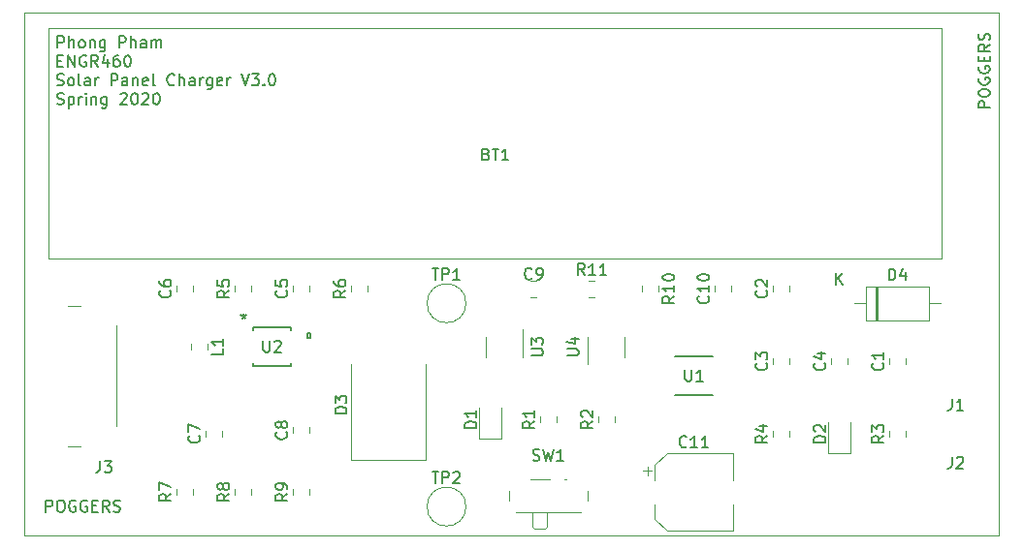
<source format=gbr>
%TF.GenerationSoftware,KiCad,Pcbnew,(5.1.2-1)-1*%
%TF.CreationDate,2020-04-26T16:50:05-07:00*%
%TF.ProjectId,Power Project,506f7765-7220-4507-926f-6a6563742e6b,rev?*%
%TF.SameCoordinates,Original*%
%TF.FileFunction,Legend,Top*%
%TF.FilePolarity,Positive*%
%FSLAX46Y46*%
G04 Gerber Fmt 4.6, Leading zero omitted, Abs format (unit mm)*
G04 Created by KiCad (PCBNEW (5.1.2-1)-1) date 2020-04-26 16:50:05*
%MOMM*%
%LPD*%
G04 APERTURE LIST*
%ADD10C,0.150000*%
%ADD11C,0.050000*%
%ADD12C,0.120000*%
%ADD13C,0.152400*%
G04 APERTURE END LIST*
D10*
X170632380Y-108624285D02*
X169632380Y-108624285D01*
X169632380Y-108243333D01*
X169680000Y-108148095D01*
X169727619Y-108100476D01*
X169822857Y-108052857D01*
X169965714Y-108052857D01*
X170060952Y-108100476D01*
X170108571Y-108148095D01*
X170156190Y-108243333D01*
X170156190Y-108624285D01*
X169632380Y-107433809D02*
X169632380Y-107243333D01*
X169680000Y-107148095D01*
X169775238Y-107052857D01*
X169965714Y-107005238D01*
X170299047Y-107005238D01*
X170489523Y-107052857D01*
X170584761Y-107148095D01*
X170632380Y-107243333D01*
X170632380Y-107433809D01*
X170584761Y-107529047D01*
X170489523Y-107624285D01*
X170299047Y-107671904D01*
X169965714Y-107671904D01*
X169775238Y-107624285D01*
X169680000Y-107529047D01*
X169632380Y-107433809D01*
X169680000Y-106052857D02*
X169632380Y-106148095D01*
X169632380Y-106290952D01*
X169680000Y-106433809D01*
X169775238Y-106529047D01*
X169870476Y-106576666D01*
X170060952Y-106624285D01*
X170203809Y-106624285D01*
X170394285Y-106576666D01*
X170489523Y-106529047D01*
X170584761Y-106433809D01*
X170632380Y-106290952D01*
X170632380Y-106195714D01*
X170584761Y-106052857D01*
X170537142Y-106005238D01*
X170203809Y-106005238D01*
X170203809Y-106195714D01*
X169680000Y-105052857D02*
X169632380Y-105148095D01*
X169632380Y-105290952D01*
X169680000Y-105433809D01*
X169775238Y-105529047D01*
X169870476Y-105576666D01*
X170060952Y-105624285D01*
X170203809Y-105624285D01*
X170394285Y-105576666D01*
X170489523Y-105529047D01*
X170584761Y-105433809D01*
X170632380Y-105290952D01*
X170632380Y-105195714D01*
X170584761Y-105052857D01*
X170537142Y-105005238D01*
X170203809Y-105005238D01*
X170203809Y-105195714D01*
X170108571Y-104576666D02*
X170108571Y-104243333D01*
X170632380Y-104100476D02*
X170632380Y-104576666D01*
X169632380Y-104576666D01*
X169632380Y-104100476D01*
X170632380Y-103100476D02*
X170156190Y-103433809D01*
X170632380Y-103671904D02*
X169632380Y-103671904D01*
X169632380Y-103290952D01*
X169680000Y-103195714D01*
X169727619Y-103148095D01*
X169822857Y-103100476D01*
X169965714Y-103100476D01*
X170060952Y-103148095D01*
X170108571Y-103195714D01*
X170156190Y-103290952D01*
X170156190Y-103671904D01*
X170584761Y-102719523D02*
X170632380Y-102576666D01*
X170632380Y-102338571D01*
X170584761Y-102243333D01*
X170537142Y-102195714D01*
X170441904Y-102148095D01*
X170346666Y-102148095D01*
X170251428Y-102195714D01*
X170203809Y-102243333D01*
X170156190Y-102338571D01*
X170108571Y-102529047D01*
X170060952Y-102624285D01*
X170013333Y-102671904D01*
X169918095Y-102719523D01*
X169822857Y-102719523D01*
X169727619Y-102671904D01*
X169680000Y-102624285D01*
X169632380Y-102529047D01*
X169632380Y-102290952D01*
X169680000Y-102148095D01*
X88225714Y-143962380D02*
X88225714Y-142962380D01*
X88606666Y-142962380D01*
X88701904Y-143010000D01*
X88749523Y-143057619D01*
X88797142Y-143152857D01*
X88797142Y-143295714D01*
X88749523Y-143390952D01*
X88701904Y-143438571D01*
X88606666Y-143486190D01*
X88225714Y-143486190D01*
X89416190Y-142962380D02*
X89606666Y-142962380D01*
X89701904Y-143010000D01*
X89797142Y-143105238D01*
X89844761Y-143295714D01*
X89844761Y-143629047D01*
X89797142Y-143819523D01*
X89701904Y-143914761D01*
X89606666Y-143962380D01*
X89416190Y-143962380D01*
X89320952Y-143914761D01*
X89225714Y-143819523D01*
X89178095Y-143629047D01*
X89178095Y-143295714D01*
X89225714Y-143105238D01*
X89320952Y-143010000D01*
X89416190Y-142962380D01*
X90797142Y-143010000D02*
X90701904Y-142962380D01*
X90559047Y-142962380D01*
X90416190Y-143010000D01*
X90320952Y-143105238D01*
X90273333Y-143200476D01*
X90225714Y-143390952D01*
X90225714Y-143533809D01*
X90273333Y-143724285D01*
X90320952Y-143819523D01*
X90416190Y-143914761D01*
X90559047Y-143962380D01*
X90654285Y-143962380D01*
X90797142Y-143914761D01*
X90844761Y-143867142D01*
X90844761Y-143533809D01*
X90654285Y-143533809D01*
X91797142Y-143010000D02*
X91701904Y-142962380D01*
X91559047Y-142962380D01*
X91416190Y-143010000D01*
X91320952Y-143105238D01*
X91273333Y-143200476D01*
X91225714Y-143390952D01*
X91225714Y-143533809D01*
X91273333Y-143724285D01*
X91320952Y-143819523D01*
X91416190Y-143914761D01*
X91559047Y-143962380D01*
X91654285Y-143962380D01*
X91797142Y-143914761D01*
X91844761Y-143867142D01*
X91844761Y-143533809D01*
X91654285Y-143533809D01*
X92273333Y-143438571D02*
X92606666Y-143438571D01*
X92749523Y-143962380D02*
X92273333Y-143962380D01*
X92273333Y-142962380D01*
X92749523Y-142962380D01*
X93749523Y-143962380D02*
X93416190Y-143486190D01*
X93178095Y-143962380D02*
X93178095Y-142962380D01*
X93559047Y-142962380D01*
X93654285Y-143010000D01*
X93701904Y-143057619D01*
X93749523Y-143152857D01*
X93749523Y-143295714D01*
X93701904Y-143390952D01*
X93654285Y-143438571D01*
X93559047Y-143486190D01*
X93178095Y-143486190D01*
X94130476Y-143914761D02*
X94273333Y-143962380D01*
X94511428Y-143962380D01*
X94606666Y-143914761D01*
X94654285Y-143867142D01*
X94701904Y-143771904D01*
X94701904Y-143676666D01*
X94654285Y-143581428D01*
X94606666Y-143533809D01*
X94511428Y-143486190D01*
X94320952Y-143438571D01*
X94225714Y-143390952D01*
X94178095Y-143343333D01*
X94130476Y-143248095D01*
X94130476Y-143152857D01*
X94178095Y-143057619D01*
X94225714Y-143010000D01*
X94320952Y-142962380D01*
X94559047Y-142962380D01*
X94701904Y-143010000D01*
X89235595Y-103387380D02*
X89235595Y-102387380D01*
X89616547Y-102387380D01*
X89711785Y-102435000D01*
X89759404Y-102482619D01*
X89807023Y-102577857D01*
X89807023Y-102720714D01*
X89759404Y-102815952D01*
X89711785Y-102863571D01*
X89616547Y-102911190D01*
X89235595Y-102911190D01*
X90235595Y-103387380D02*
X90235595Y-102387380D01*
X90664166Y-103387380D02*
X90664166Y-102863571D01*
X90616547Y-102768333D01*
X90521309Y-102720714D01*
X90378452Y-102720714D01*
X90283214Y-102768333D01*
X90235595Y-102815952D01*
X91283214Y-103387380D02*
X91187976Y-103339761D01*
X91140357Y-103292142D01*
X91092738Y-103196904D01*
X91092738Y-102911190D01*
X91140357Y-102815952D01*
X91187976Y-102768333D01*
X91283214Y-102720714D01*
X91426071Y-102720714D01*
X91521309Y-102768333D01*
X91568928Y-102815952D01*
X91616547Y-102911190D01*
X91616547Y-103196904D01*
X91568928Y-103292142D01*
X91521309Y-103339761D01*
X91426071Y-103387380D01*
X91283214Y-103387380D01*
X92045119Y-102720714D02*
X92045119Y-103387380D01*
X92045119Y-102815952D02*
X92092738Y-102768333D01*
X92187976Y-102720714D01*
X92330833Y-102720714D01*
X92426071Y-102768333D01*
X92473690Y-102863571D01*
X92473690Y-103387380D01*
X93378452Y-102720714D02*
X93378452Y-103530238D01*
X93330833Y-103625476D01*
X93283214Y-103673095D01*
X93187976Y-103720714D01*
X93045119Y-103720714D01*
X92949880Y-103673095D01*
X93378452Y-103339761D02*
X93283214Y-103387380D01*
X93092738Y-103387380D01*
X92997500Y-103339761D01*
X92949880Y-103292142D01*
X92902261Y-103196904D01*
X92902261Y-102911190D01*
X92949880Y-102815952D01*
X92997500Y-102768333D01*
X93092738Y-102720714D01*
X93283214Y-102720714D01*
X93378452Y-102768333D01*
X94616547Y-103387380D02*
X94616547Y-102387380D01*
X94997500Y-102387380D01*
X95092738Y-102435000D01*
X95140357Y-102482619D01*
X95187976Y-102577857D01*
X95187976Y-102720714D01*
X95140357Y-102815952D01*
X95092738Y-102863571D01*
X94997500Y-102911190D01*
X94616547Y-102911190D01*
X95616547Y-103387380D02*
X95616547Y-102387380D01*
X96045119Y-103387380D02*
X96045119Y-102863571D01*
X95997500Y-102768333D01*
X95902261Y-102720714D01*
X95759404Y-102720714D01*
X95664166Y-102768333D01*
X95616547Y-102815952D01*
X96949880Y-103387380D02*
X96949880Y-102863571D01*
X96902261Y-102768333D01*
X96807023Y-102720714D01*
X96616547Y-102720714D01*
X96521309Y-102768333D01*
X96949880Y-103339761D02*
X96854642Y-103387380D01*
X96616547Y-103387380D01*
X96521309Y-103339761D01*
X96473690Y-103244523D01*
X96473690Y-103149285D01*
X96521309Y-103054047D01*
X96616547Y-103006428D01*
X96854642Y-103006428D01*
X96949880Y-102958809D01*
X97426071Y-103387380D02*
X97426071Y-102720714D01*
X97426071Y-102815952D02*
X97473690Y-102768333D01*
X97568928Y-102720714D01*
X97711785Y-102720714D01*
X97807023Y-102768333D01*
X97854642Y-102863571D01*
X97854642Y-103387380D01*
X97854642Y-102863571D02*
X97902261Y-102768333D01*
X97997500Y-102720714D01*
X98140357Y-102720714D01*
X98235595Y-102768333D01*
X98283214Y-102863571D01*
X98283214Y-103387380D01*
X89235595Y-104513571D02*
X89568928Y-104513571D01*
X89711785Y-105037380D02*
X89235595Y-105037380D01*
X89235595Y-104037380D01*
X89711785Y-104037380D01*
X90140357Y-105037380D02*
X90140357Y-104037380D01*
X90711785Y-105037380D01*
X90711785Y-104037380D01*
X91711785Y-104085000D02*
X91616547Y-104037380D01*
X91473690Y-104037380D01*
X91330833Y-104085000D01*
X91235595Y-104180238D01*
X91187976Y-104275476D01*
X91140357Y-104465952D01*
X91140357Y-104608809D01*
X91187976Y-104799285D01*
X91235595Y-104894523D01*
X91330833Y-104989761D01*
X91473690Y-105037380D01*
X91568928Y-105037380D01*
X91711785Y-104989761D01*
X91759404Y-104942142D01*
X91759404Y-104608809D01*
X91568928Y-104608809D01*
X92759404Y-105037380D02*
X92426071Y-104561190D01*
X92187976Y-105037380D02*
X92187976Y-104037380D01*
X92568928Y-104037380D01*
X92664166Y-104085000D01*
X92711785Y-104132619D01*
X92759404Y-104227857D01*
X92759404Y-104370714D01*
X92711785Y-104465952D01*
X92664166Y-104513571D01*
X92568928Y-104561190D01*
X92187976Y-104561190D01*
X93616547Y-104370714D02*
X93616547Y-105037380D01*
X93378452Y-103989761D02*
X93140357Y-104704047D01*
X93759404Y-104704047D01*
X94568928Y-104037380D02*
X94378452Y-104037380D01*
X94283214Y-104085000D01*
X94235595Y-104132619D01*
X94140357Y-104275476D01*
X94092738Y-104465952D01*
X94092738Y-104846904D01*
X94140357Y-104942142D01*
X94187976Y-104989761D01*
X94283214Y-105037380D01*
X94473690Y-105037380D01*
X94568928Y-104989761D01*
X94616547Y-104942142D01*
X94664166Y-104846904D01*
X94664166Y-104608809D01*
X94616547Y-104513571D01*
X94568928Y-104465952D01*
X94473690Y-104418333D01*
X94283214Y-104418333D01*
X94187976Y-104465952D01*
X94140357Y-104513571D01*
X94092738Y-104608809D01*
X95283214Y-104037380D02*
X95378452Y-104037380D01*
X95473690Y-104085000D01*
X95521309Y-104132619D01*
X95568928Y-104227857D01*
X95616547Y-104418333D01*
X95616547Y-104656428D01*
X95568928Y-104846904D01*
X95521309Y-104942142D01*
X95473690Y-104989761D01*
X95378452Y-105037380D01*
X95283214Y-105037380D01*
X95187976Y-104989761D01*
X95140357Y-104942142D01*
X95092738Y-104846904D01*
X95045119Y-104656428D01*
X95045119Y-104418333D01*
X95092738Y-104227857D01*
X95140357Y-104132619D01*
X95187976Y-104085000D01*
X95283214Y-104037380D01*
X89187976Y-106639761D02*
X89330833Y-106687380D01*
X89568928Y-106687380D01*
X89664166Y-106639761D01*
X89711785Y-106592142D01*
X89759404Y-106496904D01*
X89759404Y-106401666D01*
X89711785Y-106306428D01*
X89664166Y-106258809D01*
X89568928Y-106211190D01*
X89378452Y-106163571D01*
X89283214Y-106115952D01*
X89235595Y-106068333D01*
X89187976Y-105973095D01*
X89187976Y-105877857D01*
X89235595Y-105782619D01*
X89283214Y-105735000D01*
X89378452Y-105687380D01*
X89616547Y-105687380D01*
X89759404Y-105735000D01*
X90330833Y-106687380D02*
X90235595Y-106639761D01*
X90187976Y-106592142D01*
X90140357Y-106496904D01*
X90140357Y-106211190D01*
X90187976Y-106115952D01*
X90235595Y-106068333D01*
X90330833Y-106020714D01*
X90473690Y-106020714D01*
X90568928Y-106068333D01*
X90616547Y-106115952D01*
X90664166Y-106211190D01*
X90664166Y-106496904D01*
X90616547Y-106592142D01*
X90568928Y-106639761D01*
X90473690Y-106687380D01*
X90330833Y-106687380D01*
X91235595Y-106687380D02*
X91140357Y-106639761D01*
X91092738Y-106544523D01*
X91092738Y-105687380D01*
X92045119Y-106687380D02*
X92045119Y-106163571D01*
X91997500Y-106068333D01*
X91902261Y-106020714D01*
X91711785Y-106020714D01*
X91616547Y-106068333D01*
X92045119Y-106639761D02*
X91949880Y-106687380D01*
X91711785Y-106687380D01*
X91616547Y-106639761D01*
X91568928Y-106544523D01*
X91568928Y-106449285D01*
X91616547Y-106354047D01*
X91711785Y-106306428D01*
X91949880Y-106306428D01*
X92045119Y-106258809D01*
X92521309Y-106687380D02*
X92521309Y-106020714D01*
X92521309Y-106211190D02*
X92568928Y-106115952D01*
X92616547Y-106068333D01*
X92711785Y-106020714D01*
X92807023Y-106020714D01*
X93902261Y-106687380D02*
X93902261Y-105687380D01*
X94283214Y-105687380D01*
X94378452Y-105735000D01*
X94426071Y-105782619D01*
X94473690Y-105877857D01*
X94473690Y-106020714D01*
X94426071Y-106115952D01*
X94378452Y-106163571D01*
X94283214Y-106211190D01*
X93902261Y-106211190D01*
X95330833Y-106687380D02*
X95330833Y-106163571D01*
X95283214Y-106068333D01*
X95187976Y-106020714D01*
X94997500Y-106020714D01*
X94902261Y-106068333D01*
X95330833Y-106639761D02*
X95235595Y-106687380D01*
X94997500Y-106687380D01*
X94902261Y-106639761D01*
X94854642Y-106544523D01*
X94854642Y-106449285D01*
X94902261Y-106354047D01*
X94997500Y-106306428D01*
X95235595Y-106306428D01*
X95330833Y-106258809D01*
X95807023Y-106020714D02*
X95807023Y-106687380D01*
X95807023Y-106115952D02*
X95854642Y-106068333D01*
X95949880Y-106020714D01*
X96092738Y-106020714D01*
X96187976Y-106068333D01*
X96235595Y-106163571D01*
X96235595Y-106687380D01*
X97092738Y-106639761D02*
X96997500Y-106687380D01*
X96807023Y-106687380D01*
X96711785Y-106639761D01*
X96664166Y-106544523D01*
X96664166Y-106163571D01*
X96711785Y-106068333D01*
X96807023Y-106020714D01*
X96997500Y-106020714D01*
X97092738Y-106068333D01*
X97140357Y-106163571D01*
X97140357Y-106258809D01*
X96664166Y-106354047D01*
X97711785Y-106687380D02*
X97616547Y-106639761D01*
X97568928Y-106544523D01*
X97568928Y-105687380D01*
X99426071Y-106592142D02*
X99378452Y-106639761D01*
X99235595Y-106687380D01*
X99140357Y-106687380D01*
X98997500Y-106639761D01*
X98902261Y-106544523D01*
X98854642Y-106449285D01*
X98807023Y-106258809D01*
X98807023Y-106115952D01*
X98854642Y-105925476D01*
X98902261Y-105830238D01*
X98997500Y-105735000D01*
X99140357Y-105687380D01*
X99235595Y-105687380D01*
X99378452Y-105735000D01*
X99426071Y-105782619D01*
X99854642Y-106687380D02*
X99854642Y-105687380D01*
X100283214Y-106687380D02*
X100283214Y-106163571D01*
X100235595Y-106068333D01*
X100140357Y-106020714D01*
X99997500Y-106020714D01*
X99902261Y-106068333D01*
X99854642Y-106115952D01*
X101187976Y-106687380D02*
X101187976Y-106163571D01*
X101140357Y-106068333D01*
X101045119Y-106020714D01*
X100854642Y-106020714D01*
X100759404Y-106068333D01*
X101187976Y-106639761D02*
X101092738Y-106687380D01*
X100854642Y-106687380D01*
X100759404Y-106639761D01*
X100711785Y-106544523D01*
X100711785Y-106449285D01*
X100759404Y-106354047D01*
X100854642Y-106306428D01*
X101092738Y-106306428D01*
X101187976Y-106258809D01*
X101664166Y-106687380D02*
X101664166Y-106020714D01*
X101664166Y-106211190D02*
X101711785Y-106115952D01*
X101759404Y-106068333D01*
X101854642Y-106020714D01*
X101949880Y-106020714D01*
X102711785Y-106020714D02*
X102711785Y-106830238D01*
X102664166Y-106925476D01*
X102616547Y-106973095D01*
X102521309Y-107020714D01*
X102378452Y-107020714D01*
X102283214Y-106973095D01*
X102711785Y-106639761D02*
X102616547Y-106687380D01*
X102426071Y-106687380D01*
X102330833Y-106639761D01*
X102283214Y-106592142D01*
X102235595Y-106496904D01*
X102235595Y-106211190D01*
X102283214Y-106115952D01*
X102330833Y-106068333D01*
X102426071Y-106020714D01*
X102616547Y-106020714D01*
X102711785Y-106068333D01*
X103568928Y-106639761D02*
X103473690Y-106687380D01*
X103283214Y-106687380D01*
X103187976Y-106639761D01*
X103140357Y-106544523D01*
X103140357Y-106163571D01*
X103187976Y-106068333D01*
X103283214Y-106020714D01*
X103473690Y-106020714D01*
X103568928Y-106068333D01*
X103616547Y-106163571D01*
X103616547Y-106258809D01*
X103140357Y-106354047D01*
X104045119Y-106687380D02*
X104045119Y-106020714D01*
X104045119Y-106211190D02*
X104092738Y-106115952D01*
X104140357Y-106068333D01*
X104235595Y-106020714D01*
X104330833Y-106020714D01*
X105283214Y-105687380D02*
X105616547Y-106687380D01*
X105949880Y-105687380D01*
X106187976Y-105687380D02*
X106807023Y-105687380D01*
X106473690Y-106068333D01*
X106616547Y-106068333D01*
X106711785Y-106115952D01*
X106759404Y-106163571D01*
X106807023Y-106258809D01*
X106807023Y-106496904D01*
X106759404Y-106592142D01*
X106711785Y-106639761D01*
X106616547Y-106687380D01*
X106330833Y-106687380D01*
X106235595Y-106639761D01*
X106187976Y-106592142D01*
X107235595Y-106592142D02*
X107283214Y-106639761D01*
X107235595Y-106687380D01*
X107187976Y-106639761D01*
X107235595Y-106592142D01*
X107235595Y-106687380D01*
X107902261Y-105687380D02*
X107997500Y-105687380D01*
X108092738Y-105735000D01*
X108140357Y-105782619D01*
X108187976Y-105877857D01*
X108235595Y-106068333D01*
X108235595Y-106306428D01*
X108187976Y-106496904D01*
X108140357Y-106592142D01*
X108092738Y-106639761D01*
X107997500Y-106687380D01*
X107902261Y-106687380D01*
X107807023Y-106639761D01*
X107759404Y-106592142D01*
X107711785Y-106496904D01*
X107664166Y-106306428D01*
X107664166Y-106068333D01*
X107711785Y-105877857D01*
X107759404Y-105782619D01*
X107807023Y-105735000D01*
X107902261Y-105687380D01*
X89187976Y-108289761D02*
X89330833Y-108337380D01*
X89568928Y-108337380D01*
X89664166Y-108289761D01*
X89711785Y-108242142D01*
X89759404Y-108146904D01*
X89759404Y-108051666D01*
X89711785Y-107956428D01*
X89664166Y-107908809D01*
X89568928Y-107861190D01*
X89378452Y-107813571D01*
X89283214Y-107765952D01*
X89235595Y-107718333D01*
X89187976Y-107623095D01*
X89187976Y-107527857D01*
X89235595Y-107432619D01*
X89283214Y-107385000D01*
X89378452Y-107337380D01*
X89616547Y-107337380D01*
X89759404Y-107385000D01*
X90187976Y-107670714D02*
X90187976Y-108670714D01*
X90187976Y-107718333D02*
X90283214Y-107670714D01*
X90473690Y-107670714D01*
X90568928Y-107718333D01*
X90616547Y-107765952D01*
X90664166Y-107861190D01*
X90664166Y-108146904D01*
X90616547Y-108242142D01*
X90568928Y-108289761D01*
X90473690Y-108337380D01*
X90283214Y-108337380D01*
X90187976Y-108289761D01*
X91092738Y-108337380D02*
X91092738Y-107670714D01*
X91092738Y-107861190D02*
X91140357Y-107765952D01*
X91187976Y-107718333D01*
X91283214Y-107670714D01*
X91378452Y-107670714D01*
X91711785Y-108337380D02*
X91711785Y-107670714D01*
X91711785Y-107337380D02*
X91664166Y-107385000D01*
X91711785Y-107432619D01*
X91759404Y-107385000D01*
X91711785Y-107337380D01*
X91711785Y-107432619D01*
X92187976Y-107670714D02*
X92187976Y-108337380D01*
X92187976Y-107765952D02*
X92235595Y-107718333D01*
X92330833Y-107670714D01*
X92473690Y-107670714D01*
X92568928Y-107718333D01*
X92616547Y-107813571D01*
X92616547Y-108337380D01*
X93521309Y-107670714D02*
X93521309Y-108480238D01*
X93473690Y-108575476D01*
X93426071Y-108623095D01*
X93330833Y-108670714D01*
X93187976Y-108670714D01*
X93092738Y-108623095D01*
X93521309Y-108289761D02*
X93426071Y-108337380D01*
X93235595Y-108337380D01*
X93140357Y-108289761D01*
X93092738Y-108242142D01*
X93045119Y-108146904D01*
X93045119Y-107861190D01*
X93092738Y-107765952D01*
X93140357Y-107718333D01*
X93235595Y-107670714D01*
X93426071Y-107670714D01*
X93521309Y-107718333D01*
X94711785Y-107432619D02*
X94759404Y-107385000D01*
X94854642Y-107337380D01*
X95092738Y-107337380D01*
X95187976Y-107385000D01*
X95235595Y-107432619D01*
X95283214Y-107527857D01*
X95283214Y-107623095D01*
X95235595Y-107765952D01*
X94664166Y-108337380D01*
X95283214Y-108337380D01*
X95902261Y-107337380D02*
X95997500Y-107337380D01*
X96092738Y-107385000D01*
X96140357Y-107432619D01*
X96187976Y-107527857D01*
X96235595Y-107718333D01*
X96235595Y-107956428D01*
X96187976Y-108146904D01*
X96140357Y-108242142D01*
X96092738Y-108289761D01*
X95997500Y-108337380D01*
X95902261Y-108337380D01*
X95807023Y-108289761D01*
X95759404Y-108242142D01*
X95711785Y-108146904D01*
X95664166Y-107956428D01*
X95664166Y-107718333D01*
X95711785Y-107527857D01*
X95759404Y-107432619D01*
X95807023Y-107385000D01*
X95902261Y-107337380D01*
X96616547Y-107432619D02*
X96664166Y-107385000D01*
X96759404Y-107337380D01*
X96997500Y-107337380D01*
X97092738Y-107385000D01*
X97140357Y-107432619D01*
X97187976Y-107527857D01*
X97187976Y-107623095D01*
X97140357Y-107765952D01*
X96568928Y-108337380D01*
X97187976Y-108337380D01*
X97807023Y-107337380D02*
X97902261Y-107337380D01*
X97997500Y-107385000D01*
X98045119Y-107432619D01*
X98092738Y-107527857D01*
X98140357Y-107718333D01*
X98140357Y-107956428D01*
X98092738Y-108146904D01*
X98045119Y-108242142D01*
X97997500Y-108289761D01*
X97902261Y-108337380D01*
X97807023Y-108337380D01*
X97711785Y-108289761D01*
X97664166Y-108242142D01*
X97616547Y-108146904D01*
X97568928Y-107956428D01*
X97568928Y-107718333D01*
X97616547Y-107527857D01*
X97664166Y-107432619D01*
X97711785Y-107385000D01*
X97807023Y-107337380D01*
D11*
X86360000Y-100330000D02*
X86360000Y-101600000D01*
X171450000Y-100330000D02*
X86360000Y-100330000D01*
X171450000Y-146050000D02*
X171450000Y-100330000D01*
X86360000Y-146050000D02*
X171450000Y-146050000D01*
X86360000Y-144780000D02*
X86360000Y-146050000D01*
X86360000Y-143510000D02*
X86360000Y-144780000D01*
X86360000Y-101600000D02*
X86360000Y-143510000D01*
D12*
X135550000Y-128640000D02*
X135550000Y-131090000D01*
X138770000Y-130440000D02*
X138770000Y-128640000D01*
X131068578Y-123750000D02*
X130551422Y-123750000D01*
X131068578Y-125170000D02*
X130551422Y-125170000D01*
D13*
X143103600Y-133756400D02*
X146456400Y-133756400D01*
X146456400Y-130403600D02*
X143103600Y-130403600D01*
D12*
X129880000Y-130440000D02*
X129880000Y-127990000D01*
X126660000Y-128640000D02*
X126660000Y-130440000D01*
D13*
X111086900Y-128348740D02*
X111340900Y-128348740D01*
X111086900Y-128729740D02*
X111086900Y-128348740D01*
X111340900Y-128729740D02*
X111086900Y-128729740D01*
X111340900Y-128348740D02*
X111340900Y-128729740D01*
X109626400Y-128092200D02*
X109626400Y-127863600D01*
X106273600Y-130987800D02*
X106273600Y-131216400D01*
X106273600Y-127863600D02*
X106273600Y-128092200D01*
X109626400Y-127863600D02*
X106273600Y-127863600D01*
X109626400Y-131216400D02*
X109626400Y-130987800D01*
X106273600Y-131216400D02*
X109626400Y-131216400D01*
D12*
X124890000Y-143510000D02*
G75*
G03X124890000Y-143510000I-1700000J0D01*
G01*
X124890000Y-125730000D02*
G75*
G03X124890000Y-125730000I-1700000J0D01*
G01*
X135530000Y-142960000D02*
X135530000Y-142170000D01*
X128630000Y-142170000D02*
X128630000Y-142960000D01*
X130480000Y-141120000D02*
X132180000Y-141120000D01*
X129230000Y-143970000D02*
X134930000Y-143970000D01*
X131980000Y-145260000D02*
X131980000Y-143970000D01*
X130880000Y-145470000D02*
X131780000Y-145470000D01*
X130680000Y-143970000D02*
X130680000Y-145260000D01*
X131980000Y-145260000D02*
X131780000Y-145470000D01*
X130680000Y-145260000D02*
X130880000Y-145470000D01*
X133480000Y-141120000D02*
X133680000Y-141120000D01*
X135631422Y-125170000D02*
X136148578Y-125170000D01*
X135631422Y-123750000D02*
X136148578Y-123750000D01*
X140260000Y-124201422D02*
X140260000Y-124718578D01*
X141680000Y-124201422D02*
X141680000Y-124718578D01*
X111200000Y-142498578D02*
X111200000Y-141981422D01*
X109780000Y-142498578D02*
X109780000Y-141981422D01*
X106120000Y-142498578D02*
X106120000Y-141981422D01*
X104700000Y-142498578D02*
X104700000Y-141981422D01*
X101040000Y-142498578D02*
X101040000Y-141981422D01*
X99620000Y-142498578D02*
X99620000Y-141981422D01*
X116280000Y-124718578D02*
X116280000Y-124201422D01*
X114860000Y-124718578D02*
X114860000Y-124201422D01*
X106120000Y-124718578D02*
X106120000Y-124201422D01*
X104700000Y-124718578D02*
X104700000Y-124201422D01*
X153110000Y-137418578D02*
X153110000Y-136901422D01*
X151690000Y-137418578D02*
X151690000Y-136901422D01*
X163270000Y-137418578D02*
X163270000Y-136901422D01*
X161850000Y-137418578D02*
X161850000Y-136901422D01*
X137870000Y-136148578D02*
X137870000Y-135631422D01*
X136450000Y-136148578D02*
X136450000Y-135631422D01*
X132790000Y-136148578D02*
X132790000Y-135631422D01*
X131370000Y-136148578D02*
X131370000Y-135631422D01*
X100890000Y-129281422D02*
X100890000Y-129798578D01*
X102310000Y-129281422D02*
X102310000Y-129798578D01*
X91210000Y-125935000D02*
X90160000Y-125935000D01*
X91210000Y-138225000D02*
X90160000Y-138225000D01*
X94380000Y-136480000D02*
X94380000Y-127680000D01*
X160620000Y-124260000D02*
X160620000Y-127200000D01*
X160860000Y-124260000D02*
X160860000Y-127200000D01*
X160740000Y-124260000D02*
X160740000Y-127200000D01*
X166300000Y-125730000D02*
X165280000Y-125730000D01*
X158820000Y-125730000D02*
X159840000Y-125730000D01*
X165280000Y-124260000D02*
X159840000Y-124260000D01*
X165280000Y-127200000D02*
X165280000Y-124260000D01*
X159840000Y-127200000D02*
X165280000Y-127200000D01*
X159840000Y-124260000D02*
X159840000Y-127200000D01*
X114860000Y-139420000D02*
X114860000Y-131020000D01*
X121360000Y-139420000D02*
X121360000Y-131020000D01*
X121360000Y-139420000D02*
X114860000Y-139420000D01*
X158440000Y-138845000D02*
X158440000Y-136160000D01*
X156520000Y-138845000D02*
X158440000Y-138845000D01*
X156520000Y-136160000D02*
X156520000Y-138845000D01*
X127960000Y-137575000D02*
X127960000Y-134890000D01*
X126040000Y-137575000D02*
X127960000Y-137575000D01*
X126040000Y-134890000D02*
X126040000Y-137575000D01*
X140736250Y-139998750D02*
X140736250Y-140786250D01*
X140342500Y-140392500D02*
X141130000Y-140392500D01*
X141370000Y-144585563D02*
X142434437Y-145650000D01*
X141370000Y-139894437D02*
X142434437Y-138830000D01*
X141370000Y-139894437D02*
X141370000Y-141180000D01*
X141370000Y-144585563D02*
X141370000Y-143300000D01*
X142434437Y-145650000D02*
X148190000Y-145650000D01*
X142434437Y-138830000D02*
X148190000Y-138830000D01*
X148190000Y-138830000D02*
X148190000Y-141180000D01*
X148190000Y-145650000D02*
X148190000Y-143300000D01*
X148030000Y-124718578D02*
X148030000Y-124201422D01*
X146610000Y-124718578D02*
X146610000Y-124201422D01*
X111200000Y-137086078D02*
X111200000Y-136568922D01*
X109780000Y-137086078D02*
X109780000Y-136568922D01*
X103580000Y-137418578D02*
X103580000Y-136901422D01*
X102160000Y-137418578D02*
X102160000Y-136901422D01*
X101040000Y-124718578D02*
X101040000Y-124201422D01*
X99620000Y-124718578D02*
X99620000Y-124201422D01*
X111200000Y-124718578D02*
X111200000Y-124201422D01*
X109780000Y-124718578D02*
X109780000Y-124201422D01*
X158190000Y-131068578D02*
X158190000Y-130551422D01*
X156770000Y-131068578D02*
X156770000Y-130551422D01*
X153110000Y-131068578D02*
X153110000Y-130551422D01*
X151690000Y-131068578D02*
X151690000Y-130551422D01*
X153110000Y-124718578D02*
X153110000Y-124201422D01*
X151690000Y-124718578D02*
X151690000Y-124201422D01*
X163270000Y-131068578D02*
X163270000Y-130551422D01*
X161850000Y-131068578D02*
X161850000Y-130551422D01*
X88440000Y-101710000D02*
X166440000Y-101710000D01*
X166440000Y-101710000D02*
X166440000Y-121810000D01*
X166440000Y-121810000D02*
X88440000Y-121810000D01*
X88440000Y-121810000D02*
X88440000Y-101710000D01*
D10*
X133712380Y-130301904D02*
X134521904Y-130301904D01*
X134617142Y-130254285D01*
X134664761Y-130206666D01*
X134712380Y-130111428D01*
X134712380Y-129920952D01*
X134664761Y-129825714D01*
X134617142Y-129778095D01*
X134521904Y-129730476D01*
X133712380Y-129730476D01*
X134045714Y-128825714D02*
X134712380Y-128825714D01*
X133664761Y-129063809D02*
X134379047Y-129301904D01*
X134379047Y-128682857D01*
X130643333Y-123547142D02*
X130595714Y-123594761D01*
X130452857Y-123642380D01*
X130357619Y-123642380D01*
X130214761Y-123594761D01*
X130119523Y-123499523D01*
X130071904Y-123404285D01*
X130024285Y-123213809D01*
X130024285Y-123070952D01*
X130071904Y-122880476D01*
X130119523Y-122785238D01*
X130214761Y-122690000D01*
X130357619Y-122642380D01*
X130452857Y-122642380D01*
X130595714Y-122690000D01*
X130643333Y-122737619D01*
X131119523Y-123642380D02*
X131310000Y-123642380D01*
X131405238Y-123594761D01*
X131452857Y-123547142D01*
X131548095Y-123404285D01*
X131595714Y-123213809D01*
X131595714Y-122832857D01*
X131548095Y-122737619D01*
X131500476Y-122690000D01*
X131405238Y-122642380D01*
X131214761Y-122642380D01*
X131119523Y-122690000D01*
X131071904Y-122737619D01*
X131024285Y-122832857D01*
X131024285Y-123070952D01*
X131071904Y-123166190D01*
X131119523Y-123213809D01*
X131214761Y-123261428D01*
X131405238Y-123261428D01*
X131500476Y-123213809D01*
X131548095Y-123166190D01*
X131595714Y-123070952D01*
X144018095Y-131532380D02*
X144018095Y-132341904D01*
X144065714Y-132437142D01*
X144113333Y-132484761D01*
X144208571Y-132532380D01*
X144399047Y-132532380D01*
X144494285Y-132484761D01*
X144541904Y-132437142D01*
X144589523Y-132341904D01*
X144589523Y-131532380D01*
X145589523Y-132532380D02*
X145018095Y-132532380D01*
X145303809Y-132532380D02*
X145303809Y-131532380D01*
X145208571Y-131675238D01*
X145113333Y-131770476D01*
X145018095Y-131818095D01*
X130622380Y-130301904D02*
X131431904Y-130301904D01*
X131527142Y-130254285D01*
X131574761Y-130206666D01*
X131622380Y-130111428D01*
X131622380Y-129920952D01*
X131574761Y-129825714D01*
X131527142Y-129778095D01*
X131431904Y-129730476D01*
X130622380Y-129730476D01*
X130622380Y-129349523D02*
X130622380Y-128730476D01*
X131003333Y-129063809D01*
X131003333Y-128920952D01*
X131050952Y-128825714D01*
X131098571Y-128778095D01*
X131193809Y-128730476D01*
X131431904Y-128730476D01*
X131527142Y-128778095D01*
X131574761Y-128825714D01*
X131622380Y-128920952D01*
X131622380Y-129206666D01*
X131574761Y-129301904D01*
X131527142Y-129349523D01*
X107188095Y-128992380D02*
X107188095Y-129801904D01*
X107235714Y-129897142D01*
X107283333Y-129944761D01*
X107378571Y-129992380D01*
X107569047Y-129992380D01*
X107664285Y-129944761D01*
X107711904Y-129897142D01*
X107759523Y-129801904D01*
X107759523Y-128992380D01*
X108188095Y-129087619D02*
X108235714Y-129040000D01*
X108330952Y-128992380D01*
X108569047Y-128992380D01*
X108664285Y-129040000D01*
X108711904Y-129087619D01*
X108759523Y-129182857D01*
X108759523Y-129278095D01*
X108711904Y-129420952D01*
X108140476Y-129992380D01*
X108759523Y-129992380D01*
X105479850Y-126620020D02*
X105479850Y-126858116D01*
X105241754Y-126762878D02*
X105479850Y-126858116D01*
X105717945Y-126762878D01*
X105336992Y-127048592D02*
X105479850Y-126858116D01*
X105622707Y-127048592D01*
X105479850Y-126620020D02*
X105479850Y-126858116D01*
X105241754Y-126762878D02*
X105479850Y-126858116D01*
X105717945Y-126762878D01*
X105336992Y-127048592D02*
X105479850Y-126858116D01*
X105622707Y-127048592D01*
X121928095Y-140464380D02*
X122499523Y-140464380D01*
X122213809Y-141464380D02*
X122213809Y-140464380D01*
X122832857Y-141464380D02*
X122832857Y-140464380D01*
X123213809Y-140464380D01*
X123309047Y-140512000D01*
X123356666Y-140559619D01*
X123404285Y-140654857D01*
X123404285Y-140797714D01*
X123356666Y-140892952D01*
X123309047Y-140940571D01*
X123213809Y-140988190D01*
X122832857Y-140988190D01*
X123785238Y-140559619D02*
X123832857Y-140512000D01*
X123928095Y-140464380D01*
X124166190Y-140464380D01*
X124261428Y-140512000D01*
X124309047Y-140559619D01*
X124356666Y-140654857D01*
X124356666Y-140750095D01*
X124309047Y-140892952D01*
X123737619Y-141464380D01*
X124356666Y-141464380D01*
X121928095Y-122684380D02*
X122499523Y-122684380D01*
X122213809Y-123684380D02*
X122213809Y-122684380D01*
X122832857Y-123684380D02*
X122832857Y-122684380D01*
X123213809Y-122684380D01*
X123309047Y-122732000D01*
X123356666Y-122779619D01*
X123404285Y-122874857D01*
X123404285Y-123017714D01*
X123356666Y-123112952D01*
X123309047Y-123160571D01*
X123213809Y-123208190D01*
X122832857Y-123208190D01*
X124356666Y-123684380D02*
X123785238Y-123684380D01*
X124070952Y-123684380D02*
X124070952Y-122684380D01*
X123975714Y-122827238D01*
X123880476Y-122922476D01*
X123785238Y-122970095D01*
X130746666Y-139444761D02*
X130889523Y-139492380D01*
X131127619Y-139492380D01*
X131222857Y-139444761D01*
X131270476Y-139397142D01*
X131318095Y-139301904D01*
X131318095Y-139206666D01*
X131270476Y-139111428D01*
X131222857Y-139063809D01*
X131127619Y-139016190D01*
X130937142Y-138968571D01*
X130841904Y-138920952D01*
X130794285Y-138873333D01*
X130746666Y-138778095D01*
X130746666Y-138682857D01*
X130794285Y-138587619D01*
X130841904Y-138540000D01*
X130937142Y-138492380D01*
X131175238Y-138492380D01*
X131318095Y-138540000D01*
X131651428Y-138492380D02*
X131889523Y-139492380D01*
X132080000Y-138778095D01*
X132270476Y-139492380D01*
X132508571Y-138492380D01*
X133413333Y-139492380D02*
X132841904Y-139492380D01*
X133127619Y-139492380D02*
X133127619Y-138492380D01*
X133032380Y-138635238D01*
X132937142Y-138730476D01*
X132841904Y-138778095D01*
X135247142Y-123262380D02*
X134913809Y-122786190D01*
X134675714Y-123262380D02*
X134675714Y-122262380D01*
X135056666Y-122262380D01*
X135151904Y-122310000D01*
X135199523Y-122357619D01*
X135247142Y-122452857D01*
X135247142Y-122595714D01*
X135199523Y-122690952D01*
X135151904Y-122738571D01*
X135056666Y-122786190D01*
X134675714Y-122786190D01*
X136199523Y-123262380D02*
X135628095Y-123262380D01*
X135913809Y-123262380D02*
X135913809Y-122262380D01*
X135818571Y-122405238D01*
X135723333Y-122500476D01*
X135628095Y-122548095D01*
X137151904Y-123262380D02*
X136580476Y-123262380D01*
X136866190Y-123262380D02*
X136866190Y-122262380D01*
X136770952Y-122405238D01*
X136675714Y-122500476D01*
X136580476Y-122548095D01*
X143072380Y-125102857D02*
X142596190Y-125436190D01*
X143072380Y-125674285D02*
X142072380Y-125674285D01*
X142072380Y-125293333D01*
X142120000Y-125198095D01*
X142167619Y-125150476D01*
X142262857Y-125102857D01*
X142405714Y-125102857D01*
X142500952Y-125150476D01*
X142548571Y-125198095D01*
X142596190Y-125293333D01*
X142596190Y-125674285D01*
X143072380Y-124150476D02*
X143072380Y-124721904D01*
X143072380Y-124436190D02*
X142072380Y-124436190D01*
X142215238Y-124531428D01*
X142310476Y-124626666D01*
X142358095Y-124721904D01*
X142072380Y-123531428D02*
X142072380Y-123436190D01*
X142120000Y-123340952D01*
X142167619Y-123293333D01*
X142262857Y-123245714D01*
X142453333Y-123198095D01*
X142691428Y-123198095D01*
X142881904Y-123245714D01*
X142977142Y-123293333D01*
X143024761Y-123340952D01*
X143072380Y-123436190D01*
X143072380Y-123531428D01*
X143024761Y-123626666D01*
X142977142Y-123674285D01*
X142881904Y-123721904D01*
X142691428Y-123769523D01*
X142453333Y-123769523D01*
X142262857Y-123721904D01*
X142167619Y-123674285D01*
X142120000Y-123626666D01*
X142072380Y-123531428D01*
X109292380Y-142406666D02*
X108816190Y-142740000D01*
X109292380Y-142978095D02*
X108292380Y-142978095D01*
X108292380Y-142597142D01*
X108340000Y-142501904D01*
X108387619Y-142454285D01*
X108482857Y-142406666D01*
X108625714Y-142406666D01*
X108720952Y-142454285D01*
X108768571Y-142501904D01*
X108816190Y-142597142D01*
X108816190Y-142978095D01*
X109292380Y-141930476D02*
X109292380Y-141740000D01*
X109244761Y-141644761D01*
X109197142Y-141597142D01*
X109054285Y-141501904D01*
X108863809Y-141454285D01*
X108482857Y-141454285D01*
X108387619Y-141501904D01*
X108340000Y-141549523D01*
X108292380Y-141644761D01*
X108292380Y-141835238D01*
X108340000Y-141930476D01*
X108387619Y-141978095D01*
X108482857Y-142025714D01*
X108720952Y-142025714D01*
X108816190Y-141978095D01*
X108863809Y-141930476D01*
X108911428Y-141835238D01*
X108911428Y-141644761D01*
X108863809Y-141549523D01*
X108816190Y-141501904D01*
X108720952Y-141454285D01*
X104212380Y-142406666D02*
X103736190Y-142740000D01*
X104212380Y-142978095D02*
X103212380Y-142978095D01*
X103212380Y-142597142D01*
X103260000Y-142501904D01*
X103307619Y-142454285D01*
X103402857Y-142406666D01*
X103545714Y-142406666D01*
X103640952Y-142454285D01*
X103688571Y-142501904D01*
X103736190Y-142597142D01*
X103736190Y-142978095D01*
X103640952Y-141835238D02*
X103593333Y-141930476D01*
X103545714Y-141978095D01*
X103450476Y-142025714D01*
X103402857Y-142025714D01*
X103307619Y-141978095D01*
X103260000Y-141930476D01*
X103212380Y-141835238D01*
X103212380Y-141644761D01*
X103260000Y-141549523D01*
X103307619Y-141501904D01*
X103402857Y-141454285D01*
X103450476Y-141454285D01*
X103545714Y-141501904D01*
X103593333Y-141549523D01*
X103640952Y-141644761D01*
X103640952Y-141835238D01*
X103688571Y-141930476D01*
X103736190Y-141978095D01*
X103831428Y-142025714D01*
X104021904Y-142025714D01*
X104117142Y-141978095D01*
X104164761Y-141930476D01*
X104212380Y-141835238D01*
X104212380Y-141644761D01*
X104164761Y-141549523D01*
X104117142Y-141501904D01*
X104021904Y-141454285D01*
X103831428Y-141454285D01*
X103736190Y-141501904D01*
X103688571Y-141549523D01*
X103640952Y-141644761D01*
X99132380Y-142406666D02*
X98656190Y-142740000D01*
X99132380Y-142978095D02*
X98132380Y-142978095D01*
X98132380Y-142597142D01*
X98180000Y-142501904D01*
X98227619Y-142454285D01*
X98322857Y-142406666D01*
X98465714Y-142406666D01*
X98560952Y-142454285D01*
X98608571Y-142501904D01*
X98656190Y-142597142D01*
X98656190Y-142978095D01*
X98132380Y-142073333D02*
X98132380Y-141406666D01*
X99132380Y-141835238D01*
X114372380Y-124626666D02*
X113896190Y-124960000D01*
X114372380Y-125198095D02*
X113372380Y-125198095D01*
X113372380Y-124817142D01*
X113420000Y-124721904D01*
X113467619Y-124674285D01*
X113562857Y-124626666D01*
X113705714Y-124626666D01*
X113800952Y-124674285D01*
X113848571Y-124721904D01*
X113896190Y-124817142D01*
X113896190Y-125198095D01*
X113372380Y-123769523D02*
X113372380Y-123960000D01*
X113420000Y-124055238D01*
X113467619Y-124102857D01*
X113610476Y-124198095D01*
X113800952Y-124245714D01*
X114181904Y-124245714D01*
X114277142Y-124198095D01*
X114324761Y-124150476D01*
X114372380Y-124055238D01*
X114372380Y-123864761D01*
X114324761Y-123769523D01*
X114277142Y-123721904D01*
X114181904Y-123674285D01*
X113943809Y-123674285D01*
X113848571Y-123721904D01*
X113800952Y-123769523D01*
X113753333Y-123864761D01*
X113753333Y-124055238D01*
X113800952Y-124150476D01*
X113848571Y-124198095D01*
X113943809Y-124245714D01*
X104212380Y-124626666D02*
X103736190Y-124960000D01*
X104212380Y-125198095D02*
X103212380Y-125198095D01*
X103212380Y-124817142D01*
X103260000Y-124721904D01*
X103307619Y-124674285D01*
X103402857Y-124626666D01*
X103545714Y-124626666D01*
X103640952Y-124674285D01*
X103688571Y-124721904D01*
X103736190Y-124817142D01*
X103736190Y-125198095D01*
X103212380Y-123721904D02*
X103212380Y-124198095D01*
X103688571Y-124245714D01*
X103640952Y-124198095D01*
X103593333Y-124102857D01*
X103593333Y-123864761D01*
X103640952Y-123769523D01*
X103688571Y-123721904D01*
X103783809Y-123674285D01*
X104021904Y-123674285D01*
X104117142Y-123721904D01*
X104164761Y-123769523D01*
X104212380Y-123864761D01*
X104212380Y-124102857D01*
X104164761Y-124198095D01*
X104117142Y-124245714D01*
X151202380Y-137326666D02*
X150726190Y-137660000D01*
X151202380Y-137898095D02*
X150202380Y-137898095D01*
X150202380Y-137517142D01*
X150250000Y-137421904D01*
X150297619Y-137374285D01*
X150392857Y-137326666D01*
X150535714Y-137326666D01*
X150630952Y-137374285D01*
X150678571Y-137421904D01*
X150726190Y-137517142D01*
X150726190Y-137898095D01*
X150535714Y-136469523D02*
X151202380Y-136469523D01*
X150154761Y-136707619D02*
X150869047Y-136945714D01*
X150869047Y-136326666D01*
X161362380Y-137326666D02*
X160886190Y-137660000D01*
X161362380Y-137898095D02*
X160362380Y-137898095D01*
X160362380Y-137517142D01*
X160410000Y-137421904D01*
X160457619Y-137374285D01*
X160552857Y-137326666D01*
X160695714Y-137326666D01*
X160790952Y-137374285D01*
X160838571Y-137421904D01*
X160886190Y-137517142D01*
X160886190Y-137898095D01*
X160362380Y-136993333D02*
X160362380Y-136374285D01*
X160743333Y-136707619D01*
X160743333Y-136564761D01*
X160790952Y-136469523D01*
X160838571Y-136421904D01*
X160933809Y-136374285D01*
X161171904Y-136374285D01*
X161267142Y-136421904D01*
X161314761Y-136469523D01*
X161362380Y-136564761D01*
X161362380Y-136850476D01*
X161314761Y-136945714D01*
X161267142Y-136993333D01*
X135962380Y-136056666D02*
X135486190Y-136390000D01*
X135962380Y-136628095D02*
X134962380Y-136628095D01*
X134962380Y-136247142D01*
X135010000Y-136151904D01*
X135057619Y-136104285D01*
X135152857Y-136056666D01*
X135295714Y-136056666D01*
X135390952Y-136104285D01*
X135438571Y-136151904D01*
X135486190Y-136247142D01*
X135486190Y-136628095D01*
X135057619Y-135675714D02*
X135010000Y-135628095D01*
X134962380Y-135532857D01*
X134962380Y-135294761D01*
X135010000Y-135199523D01*
X135057619Y-135151904D01*
X135152857Y-135104285D01*
X135248095Y-135104285D01*
X135390952Y-135151904D01*
X135962380Y-135723333D01*
X135962380Y-135104285D01*
X130882380Y-136056666D02*
X130406190Y-136390000D01*
X130882380Y-136628095D02*
X129882380Y-136628095D01*
X129882380Y-136247142D01*
X129930000Y-136151904D01*
X129977619Y-136104285D01*
X130072857Y-136056666D01*
X130215714Y-136056666D01*
X130310952Y-136104285D01*
X130358571Y-136151904D01*
X130406190Y-136247142D01*
X130406190Y-136628095D01*
X130882380Y-135104285D02*
X130882380Y-135675714D01*
X130882380Y-135390000D02*
X129882380Y-135390000D01*
X130025238Y-135485238D01*
X130120476Y-135580476D01*
X130168095Y-135675714D01*
X103702380Y-129706666D02*
X103702380Y-130182857D01*
X102702380Y-130182857D01*
X103702380Y-128849523D02*
X103702380Y-129420952D01*
X103702380Y-129135238D02*
X102702380Y-129135238D01*
X102845238Y-129230476D01*
X102940476Y-129325714D01*
X102988095Y-129420952D01*
X92926666Y-139532380D02*
X92926666Y-140246666D01*
X92879047Y-140389523D01*
X92783809Y-140484761D01*
X92640952Y-140532380D01*
X92545714Y-140532380D01*
X93307619Y-139532380D02*
X93926666Y-139532380D01*
X93593333Y-139913333D01*
X93736190Y-139913333D01*
X93831428Y-139960952D01*
X93879047Y-140008571D01*
X93926666Y-140103809D01*
X93926666Y-140341904D01*
X93879047Y-140437142D01*
X93831428Y-140484761D01*
X93736190Y-140532380D01*
X93450476Y-140532380D01*
X93355238Y-140484761D01*
X93307619Y-140437142D01*
X167306666Y-139152380D02*
X167306666Y-139866666D01*
X167259047Y-140009523D01*
X167163809Y-140104761D01*
X167020952Y-140152380D01*
X166925714Y-140152380D01*
X167735238Y-139247619D02*
X167782857Y-139200000D01*
X167878095Y-139152380D01*
X168116190Y-139152380D01*
X168211428Y-139200000D01*
X168259047Y-139247619D01*
X168306666Y-139342857D01*
X168306666Y-139438095D01*
X168259047Y-139580952D01*
X167687619Y-140152380D01*
X168306666Y-140152380D01*
X167306666Y-134072380D02*
X167306666Y-134786666D01*
X167259047Y-134929523D01*
X167163809Y-135024761D01*
X167020952Y-135072380D01*
X166925714Y-135072380D01*
X168306666Y-135072380D02*
X167735238Y-135072380D01*
X168020952Y-135072380D02*
X168020952Y-134072380D01*
X167925714Y-134215238D01*
X167830476Y-134310476D01*
X167735238Y-134358095D01*
X161821904Y-123712380D02*
X161821904Y-122712380D01*
X162060000Y-122712380D01*
X162202857Y-122760000D01*
X162298095Y-122855238D01*
X162345714Y-122950476D01*
X162393333Y-123140952D01*
X162393333Y-123283809D01*
X162345714Y-123474285D01*
X162298095Y-123569523D01*
X162202857Y-123664761D01*
X162060000Y-123712380D01*
X161821904Y-123712380D01*
X163250476Y-123045714D02*
X163250476Y-123712380D01*
X163012380Y-122664761D02*
X162774285Y-123379047D01*
X163393333Y-123379047D01*
X157218095Y-124082380D02*
X157218095Y-123082380D01*
X157789523Y-124082380D02*
X157360952Y-123510952D01*
X157789523Y-123082380D02*
X157218095Y-123653809D01*
X114462380Y-135358095D02*
X113462380Y-135358095D01*
X113462380Y-135120000D01*
X113510000Y-134977142D01*
X113605238Y-134881904D01*
X113700476Y-134834285D01*
X113890952Y-134786666D01*
X114033809Y-134786666D01*
X114224285Y-134834285D01*
X114319523Y-134881904D01*
X114414761Y-134977142D01*
X114462380Y-135120000D01*
X114462380Y-135358095D01*
X113462380Y-134453333D02*
X113462380Y-133834285D01*
X113843333Y-134167619D01*
X113843333Y-134024761D01*
X113890952Y-133929523D01*
X113938571Y-133881904D01*
X114033809Y-133834285D01*
X114271904Y-133834285D01*
X114367142Y-133881904D01*
X114414761Y-133929523D01*
X114462380Y-134024761D01*
X114462380Y-134310476D01*
X114414761Y-134405714D01*
X114367142Y-134453333D01*
X156282380Y-137898095D02*
X155282380Y-137898095D01*
X155282380Y-137660000D01*
X155330000Y-137517142D01*
X155425238Y-137421904D01*
X155520476Y-137374285D01*
X155710952Y-137326666D01*
X155853809Y-137326666D01*
X156044285Y-137374285D01*
X156139523Y-137421904D01*
X156234761Y-137517142D01*
X156282380Y-137660000D01*
X156282380Y-137898095D01*
X155377619Y-136945714D02*
X155330000Y-136898095D01*
X155282380Y-136802857D01*
X155282380Y-136564761D01*
X155330000Y-136469523D01*
X155377619Y-136421904D01*
X155472857Y-136374285D01*
X155568095Y-136374285D01*
X155710952Y-136421904D01*
X156282380Y-136993333D01*
X156282380Y-136374285D01*
X125802380Y-136628095D02*
X124802380Y-136628095D01*
X124802380Y-136390000D01*
X124850000Y-136247142D01*
X124945238Y-136151904D01*
X125040476Y-136104285D01*
X125230952Y-136056666D01*
X125373809Y-136056666D01*
X125564285Y-136104285D01*
X125659523Y-136151904D01*
X125754761Y-136247142D01*
X125802380Y-136390000D01*
X125802380Y-136628095D01*
X125802380Y-135104285D02*
X125802380Y-135675714D01*
X125802380Y-135390000D02*
X124802380Y-135390000D01*
X124945238Y-135485238D01*
X125040476Y-135580476D01*
X125088095Y-135675714D01*
X144137142Y-138247142D02*
X144089523Y-138294761D01*
X143946666Y-138342380D01*
X143851428Y-138342380D01*
X143708571Y-138294761D01*
X143613333Y-138199523D01*
X143565714Y-138104285D01*
X143518095Y-137913809D01*
X143518095Y-137770952D01*
X143565714Y-137580476D01*
X143613333Y-137485238D01*
X143708571Y-137390000D01*
X143851428Y-137342380D01*
X143946666Y-137342380D01*
X144089523Y-137390000D01*
X144137142Y-137437619D01*
X145089523Y-138342380D02*
X144518095Y-138342380D01*
X144803809Y-138342380D02*
X144803809Y-137342380D01*
X144708571Y-137485238D01*
X144613333Y-137580476D01*
X144518095Y-137628095D01*
X146041904Y-138342380D02*
X145470476Y-138342380D01*
X145756190Y-138342380D02*
X145756190Y-137342380D01*
X145660952Y-137485238D01*
X145565714Y-137580476D01*
X145470476Y-137628095D01*
X146027142Y-125102857D02*
X146074761Y-125150476D01*
X146122380Y-125293333D01*
X146122380Y-125388571D01*
X146074761Y-125531428D01*
X145979523Y-125626666D01*
X145884285Y-125674285D01*
X145693809Y-125721904D01*
X145550952Y-125721904D01*
X145360476Y-125674285D01*
X145265238Y-125626666D01*
X145170000Y-125531428D01*
X145122380Y-125388571D01*
X145122380Y-125293333D01*
X145170000Y-125150476D01*
X145217619Y-125102857D01*
X146122380Y-124150476D02*
X146122380Y-124721904D01*
X146122380Y-124436190D02*
X145122380Y-124436190D01*
X145265238Y-124531428D01*
X145360476Y-124626666D01*
X145408095Y-124721904D01*
X145122380Y-123531428D02*
X145122380Y-123436190D01*
X145170000Y-123340952D01*
X145217619Y-123293333D01*
X145312857Y-123245714D01*
X145503333Y-123198095D01*
X145741428Y-123198095D01*
X145931904Y-123245714D01*
X146027142Y-123293333D01*
X146074761Y-123340952D01*
X146122380Y-123436190D01*
X146122380Y-123531428D01*
X146074761Y-123626666D01*
X146027142Y-123674285D01*
X145931904Y-123721904D01*
X145741428Y-123769523D01*
X145503333Y-123769523D01*
X145312857Y-123721904D01*
X145217619Y-123674285D01*
X145170000Y-123626666D01*
X145122380Y-123531428D01*
X109197142Y-136994166D02*
X109244761Y-137041785D01*
X109292380Y-137184642D01*
X109292380Y-137279880D01*
X109244761Y-137422738D01*
X109149523Y-137517976D01*
X109054285Y-137565595D01*
X108863809Y-137613214D01*
X108720952Y-137613214D01*
X108530476Y-137565595D01*
X108435238Y-137517976D01*
X108340000Y-137422738D01*
X108292380Y-137279880D01*
X108292380Y-137184642D01*
X108340000Y-137041785D01*
X108387619Y-136994166D01*
X108720952Y-136422738D02*
X108673333Y-136517976D01*
X108625714Y-136565595D01*
X108530476Y-136613214D01*
X108482857Y-136613214D01*
X108387619Y-136565595D01*
X108340000Y-136517976D01*
X108292380Y-136422738D01*
X108292380Y-136232261D01*
X108340000Y-136137023D01*
X108387619Y-136089404D01*
X108482857Y-136041785D01*
X108530476Y-136041785D01*
X108625714Y-136089404D01*
X108673333Y-136137023D01*
X108720952Y-136232261D01*
X108720952Y-136422738D01*
X108768571Y-136517976D01*
X108816190Y-136565595D01*
X108911428Y-136613214D01*
X109101904Y-136613214D01*
X109197142Y-136565595D01*
X109244761Y-136517976D01*
X109292380Y-136422738D01*
X109292380Y-136232261D01*
X109244761Y-136137023D01*
X109197142Y-136089404D01*
X109101904Y-136041785D01*
X108911428Y-136041785D01*
X108816190Y-136089404D01*
X108768571Y-136137023D01*
X108720952Y-136232261D01*
X101577142Y-137326666D02*
X101624761Y-137374285D01*
X101672380Y-137517142D01*
X101672380Y-137612380D01*
X101624761Y-137755238D01*
X101529523Y-137850476D01*
X101434285Y-137898095D01*
X101243809Y-137945714D01*
X101100952Y-137945714D01*
X100910476Y-137898095D01*
X100815238Y-137850476D01*
X100720000Y-137755238D01*
X100672380Y-137612380D01*
X100672380Y-137517142D01*
X100720000Y-137374285D01*
X100767619Y-137326666D01*
X100672380Y-136993333D02*
X100672380Y-136326666D01*
X101672380Y-136755238D01*
X99037142Y-124626666D02*
X99084761Y-124674285D01*
X99132380Y-124817142D01*
X99132380Y-124912380D01*
X99084761Y-125055238D01*
X98989523Y-125150476D01*
X98894285Y-125198095D01*
X98703809Y-125245714D01*
X98560952Y-125245714D01*
X98370476Y-125198095D01*
X98275238Y-125150476D01*
X98180000Y-125055238D01*
X98132380Y-124912380D01*
X98132380Y-124817142D01*
X98180000Y-124674285D01*
X98227619Y-124626666D01*
X98132380Y-123769523D02*
X98132380Y-123960000D01*
X98180000Y-124055238D01*
X98227619Y-124102857D01*
X98370476Y-124198095D01*
X98560952Y-124245714D01*
X98941904Y-124245714D01*
X99037142Y-124198095D01*
X99084761Y-124150476D01*
X99132380Y-124055238D01*
X99132380Y-123864761D01*
X99084761Y-123769523D01*
X99037142Y-123721904D01*
X98941904Y-123674285D01*
X98703809Y-123674285D01*
X98608571Y-123721904D01*
X98560952Y-123769523D01*
X98513333Y-123864761D01*
X98513333Y-124055238D01*
X98560952Y-124150476D01*
X98608571Y-124198095D01*
X98703809Y-124245714D01*
X109197142Y-124626666D02*
X109244761Y-124674285D01*
X109292380Y-124817142D01*
X109292380Y-124912380D01*
X109244761Y-125055238D01*
X109149523Y-125150476D01*
X109054285Y-125198095D01*
X108863809Y-125245714D01*
X108720952Y-125245714D01*
X108530476Y-125198095D01*
X108435238Y-125150476D01*
X108340000Y-125055238D01*
X108292380Y-124912380D01*
X108292380Y-124817142D01*
X108340000Y-124674285D01*
X108387619Y-124626666D01*
X108292380Y-123721904D02*
X108292380Y-124198095D01*
X108768571Y-124245714D01*
X108720952Y-124198095D01*
X108673333Y-124102857D01*
X108673333Y-123864761D01*
X108720952Y-123769523D01*
X108768571Y-123721904D01*
X108863809Y-123674285D01*
X109101904Y-123674285D01*
X109197142Y-123721904D01*
X109244761Y-123769523D01*
X109292380Y-123864761D01*
X109292380Y-124102857D01*
X109244761Y-124198095D01*
X109197142Y-124245714D01*
X156187142Y-130976666D02*
X156234761Y-131024285D01*
X156282380Y-131167142D01*
X156282380Y-131262380D01*
X156234761Y-131405238D01*
X156139523Y-131500476D01*
X156044285Y-131548095D01*
X155853809Y-131595714D01*
X155710952Y-131595714D01*
X155520476Y-131548095D01*
X155425238Y-131500476D01*
X155330000Y-131405238D01*
X155282380Y-131262380D01*
X155282380Y-131167142D01*
X155330000Y-131024285D01*
X155377619Y-130976666D01*
X155615714Y-130119523D02*
X156282380Y-130119523D01*
X155234761Y-130357619D02*
X155949047Y-130595714D01*
X155949047Y-129976666D01*
X151107142Y-130976666D02*
X151154761Y-131024285D01*
X151202380Y-131167142D01*
X151202380Y-131262380D01*
X151154761Y-131405238D01*
X151059523Y-131500476D01*
X150964285Y-131548095D01*
X150773809Y-131595714D01*
X150630952Y-131595714D01*
X150440476Y-131548095D01*
X150345238Y-131500476D01*
X150250000Y-131405238D01*
X150202380Y-131262380D01*
X150202380Y-131167142D01*
X150250000Y-131024285D01*
X150297619Y-130976666D01*
X150202380Y-130643333D02*
X150202380Y-130024285D01*
X150583333Y-130357619D01*
X150583333Y-130214761D01*
X150630952Y-130119523D01*
X150678571Y-130071904D01*
X150773809Y-130024285D01*
X151011904Y-130024285D01*
X151107142Y-130071904D01*
X151154761Y-130119523D01*
X151202380Y-130214761D01*
X151202380Y-130500476D01*
X151154761Y-130595714D01*
X151107142Y-130643333D01*
X151107142Y-124626666D02*
X151154761Y-124674285D01*
X151202380Y-124817142D01*
X151202380Y-124912380D01*
X151154761Y-125055238D01*
X151059523Y-125150476D01*
X150964285Y-125198095D01*
X150773809Y-125245714D01*
X150630952Y-125245714D01*
X150440476Y-125198095D01*
X150345238Y-125150476D01*
X150250000Y-125055238D01*
X150202380Y-124912380D01*
X150202380Y-124817142D01*
X150250000Y-124674285D01*
X150297619Y-124626666D01*
X150297619Y-124245714D02*
X150250000Y-124198095D01*
X150202380Y-124102857D01*
X150202380Y-123864761D01*
X150250000Y-123769523D01*
X150297619Y-123721904D01*
X150392857Y-123674285D01*
X150488095Y-123674285D01*
X150630952Y-123721904D01*
X151202380Y-124293333D01*
X151202380Y-123674285D01*
X161267142Y-130976666D02*
X161314761Y-131024285D01*
X161362380Y-131167142D01*
X161362380Y-131262380D01*
X161314761Y-131405238D01*
X161219523Y-131500476D01*
X161124285Y-131548095D01*
X160933809Y-131595714D01*
X160790952Y-131595714D01*
X160600476Y-131548095D01*
X160505238Y-131500476D01*
X160410000Y-131405238D01*
X160362380Y-131262380D01*
X160362380Y-131167142D01*
X160410000Y-131024285D01*
X160457619Y-130976666D01*
X161362380Y-130024285D02*
X161362380Y-130595714D01*
X161362380Y-130310000D02*
X160362380Y-130310000D01*
X160505238Y-130405238D01*
X160600476Y-130500476D01*
X160648095Y-130595714D01*
X126654285Y-112688571D02*
X126797142Y-112736190D01*
X126844761Y-112783809D01*
X126892380Y-112879047D01*
X126892380Y-113021904D01*
X126844761Y-113117142D01*
X126797142Y-113164761D01*
X126701904Y-113212380D01*
X126320952Y-113212380D01*
X126320952Y-112212380D01*
X126654285Y-112212380D01*
X126749523Y-112260000D01*
X126797142Y-112307619D01*
X126844761Y-112402857D01*
X126844761Y-112498095D01*
X126797142Y-112593333D01*
X126749523Y-112640952D01*
X126654285Y-112688571D01*
X126320952Y-112688571D01*
X127178095Y-112212380D02*
X127749523Y-112212380D01*
X127463809Y-113212380D02*
X127463809Y-112212380D01*
X128606666Y-113212380D02*
X128035238Y-113212380D01*
X128320952Y-113212380D02*
X128320952Y-112212380D01*
X128225714Y-112355238D01*
X128130476Y-112450476D01*
X128035238Y-112498095D01*
M02*

</source>
